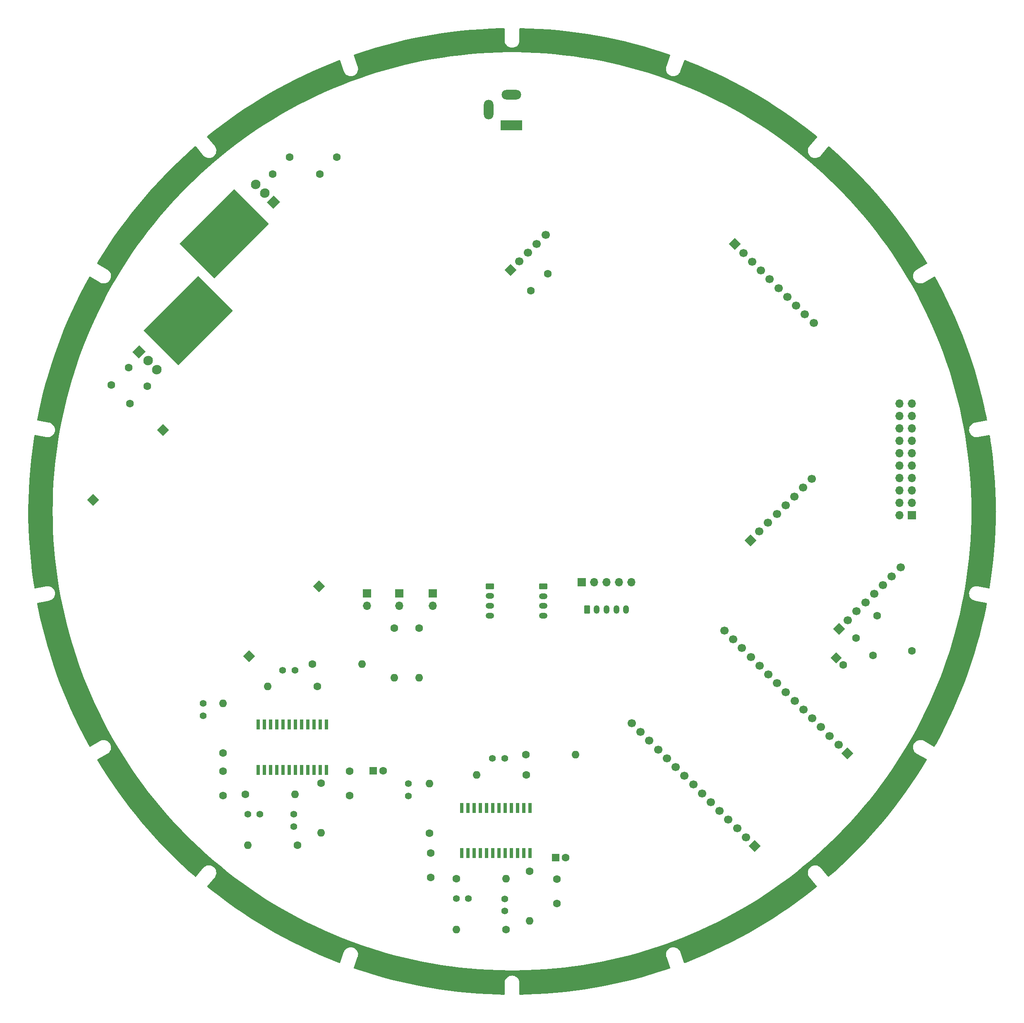
<source format=gbr>
%TF.GenerationSoftware,KiCad,Pcbnew,7.0.6*%
%TF.CreationDate,2023-09-01T12:50:58+02:00*%
%TF.ProjectId,gs,67732e6b-6963-4616-945f-706362585858,rev?*%
%TF.SameCoordinates,Original*%
%TF.FileFunction,Soldermask,Top*%
%TF.FilePolarity,Negative*%
%FSLAX46Y46*%
G04 Gerber Fmt 4.6, Leading zero omitted, Abs format (unit mm)*
G04 Created by KiCad (PCBNEW 7.0.6) date 2023-09-01 12:50:58*
%MOMM*%
%LPD*%
G01*
G04 APERTURE LIST*
G04 Aperture macros list*
%AMRoundRect*
0 Rectangle with rounded corners*
0 $1 Rounding radius*
0 $2 $3 $4 $5 $6 $7 $8 $9 X,Y pos of 4 corners*
0 Add a 4 corners polygon primitive as box body*
4,1,4,$2,$3,$4,$5,$6,$7,$8,$9,$2,$3,0*
0 Add four circle primitives for the rounded corners*
1,1,$1+$1,$2,$3*
1,1,$1+$1,$4,$5*
1,1,$1+$1,$6,$7*
1,1,$1+$1,$8,$9*
0 Add four rect primitives between the rounded corners*
20,1,$1+$1,$2,$3,$4,$5,0*
20,1,$1+$1,$4,$5,$6,$7,0*
20,1,$1+$1,$6,$7,$8,$9,0*
20,1,$1+$1,$8,$9,$2,$3,0*%
%AMHorizOval*
0 Thick line with rounded ends*
0 $1 width*
0 $2 $3 position (X,Y) of the first rounded end (center of the circle)*
0 $4 $5 position (X,Y) of the second rounded end (center of the circle)*
0 Add line between two ends*
20,1,$1,$2,$3,$4,$5,0*
0 Add two circle primitives to create the rounded ends*
1,1,$1,$2,$3*
1,1,$1,$4,$5*%
%AMRotRect*
0 Rectangle, with rotation*
0 The origin of the aperture is its center*
0 $1 length*
0 $2 width*
0 $3 Rotation angle, in degrees counterclockwise*
0 Add horizontal line*
21,1,$1,$2,0,0,$3*%
G04 Aperture macros list end*
%ADD10C,0.100000*%
%ADD11RotRect,1.700000X1.700000X225.000000*%
%ADD12HorizOval,1.700000X0.000000X0.000000X0.000000X0.000000X0*%
%ADD13O,1.600000X1.600000*%
%ADD14C,1.600000*%
%ADD15R,1.700000X1.700000*%
%ADD16O,1.700000X1.700000*%
%ADD17R,4.500000X2.000000*%
%ADD18O,4.000000X2.000000*%
%ADD19O,2.000000X4.000000*%
%ADD20RotRect,1.700000X1.700000X135.000000*%
%ADD21HorizOval,1.700000X0.000000X0.000000X0.000000X0.000000X0*%
%ADD22R,1.600000X1.600000*%
%ADD23C,1.400000*%
%ADD24RotRect,1.600000X1.600000X315.000000*%
%ADD25HorizOval,1.600000X0.000000X0.000000X0.000000X0.000000X0*%
%ADD26RoundRect,0.042000X-0.258000X0.993000X-0.258000X-0.993000X0.258000X-0.993000X0.258000X0.993000X0*%
%ADD27RoundRect,0.250000X-0.350000X-0.625000X0.350000X-0.625000X0.350000X0.625000X-0.350000X0.625000X0*%
%ADD28O,1.200000X1.750000*%
%ADD29HorizOval,3.500000X0.000000X0.000000X0.000000X0.000000X0*%
%ADD30RotRect,1.905000X2.000000X135.000000*%
%ADD31HorizOval,1.905000X0.033588X0.033588X-0.033588X-0.033588X0*%
%ADD32O,1.750000X1.200000*%
%ADD33RoundRect,0.250000X-0.625000X0.350000X-0.625000X-0.350000X0.625000X-0.350000X0.625000X0.350000X0*%
%ADD34RotRect,1.700000X1.700000X315.000000*%
%ADD35HorizOval,1.905000X-0.033588X-0.033588X0.033588X0.033588X0*%
%ADD36RotRect,1.905000X2.000000X315.000000*%
%ADD37HorizOval,3.500000X0.000000X0.000000X0.000000X0.000000X0*%
%ADD38RotRect,1.700000X1.700000X45.000000*%
%ADD39HorizOval,1.700000X0.000000X0.000000X0.000000X0.000000X0*%
G04 APERTURE END LIST*
D10*
X312614000Y-144466000D02*
X312614000Y-144466000D01*
X307614000Y-144466000D02*
X307614000Y-144466000D01*
D11*
%TO.C,U1*%
X282220820Y-194027897D03*
D12*
X280424769Y-192231846D03*
X278628718Y-190435795D03*
X276832666Y-188639743D03*
X275036615Y-186843692D03*
X273240564Y-185047641D03*
X271444513Y-183251590D03*
X269648461Y-181455538D03*
X267852410Y-179659487D03*
X266056359Y-177863436D03*
X264260308Y-176067385D03*
X262464257Y-174271334D03*
X260668205Y-172475282D03*
X258872154Y-170679231D03*
X257076103Y-168883180D03*
D11*
X263270358Y-212978359D03*
D12*
X261474307Y-211182308D03*
X259678256Y-209386256D03*
X257882205Y-207590205D03*
X256086153Y-205794154D03*
X254290102Y-203998103D03*
X252494051Y-202202051D03*
X250698000Y-200406000D03*
X248901948Y-198609949D03*
X247105897Y-196813898D03*
X245309846Y-195017846D03*
X243513795Y-193221795D03*
X241717744Y-191425744D03*
X239921692Y-189629693D03*
X238125641Y-187833642D03*
%TD*%
D13*
%TO.C,R8*%
X182880000Y-175768000D03*
D14*
X172720000Y-175768000D03*
%TD*%
D15*
%TO.C,J5*%
X227838000Y-159004000D03*
D16*
X230378000Y-159004000D03*
X232918000Y-159004000D03*
X235458000Y-159004000D03*
X237998000Y-159004000D03*
%TD*%
D14*
%TO.C,R14*%
X216408000Y-194310000D03*
D13*
X226568000Y-194310000D03*
%TD*%
D15*
%TO.C,JP2*%
X197358000Y-161290000D03*
D16*
X197358000Y-163830000D03*
%TD*%
D17*
%TO.C,J1*%
X213522000Y-65382000D03*
D18*
X213522000Y-59182000D03*
D19*
X208822000Y-62182000D03*
%TD*%
D20*
%TO.C,U9*%
X213287795Y-95068205D03*
D21*
X215083846Y-93272153D03*
X216879898Y-91476102D03*
X218675949Y-89680051D03*
X220472000Y-87884000D03*
%TD*%
D14*
%TO.C,R5*%
X174498000Y-200152000D03*
D13*
X174498000Y-210312000D03*
%TD*%
D22*
%TO.C,C16*%
X222564888Y-215392000D03*
D14*
X224564888Y-215392000D03*
%TD*%
D23*
%TO.C,C17*%
X202184000Y-223774000D03*
X204684000Y-223774000D03*
%TD*%
D15*
%TO.C,J4*%
X295402000Y-145288000D03*
D16*
X292862000Y-145288000D03*
X295402000Y-142748000D03*
X292862000Y-142748000D03*
X295402000Y-140208000D03*
X292862000Y-140208000D03*
X295402000Y-137668000D03*
X292862000Y-137668000D03*
X295402000Y-135128000D03*
X292862000Y-135128000D03*
X295402000Y-132588000D03*
X292862000Y-132588000D03*
X295402000Y-130048000D03*
X292862000Y-130048000D03*
X295402000Y-127508000D03*
X292862000Y-127508000D03*
X295402000Y-124968000D03*
X292862000Y-124968000D03*
X295402000Y-122428000D03*
X292862000Y-122428000D03*
%TD*%
D14*
%TO.C,R2*%
X194564000Y-168402000D03*
D13*
X194564000Y-178562000D03*
%TD*%
D23*
%TO.C,C13*%
X169164000Y-177038000D03*
X166664000Y-177038000D03*
%TD*%
D14*
%TO.C,C14*%
X196977000Y-214439000D03*
X196977000Y-219439000D03*
%TD*%
%TO.C,C2*%
X164592000Y-75438000D03*
X168127534Y-71902466D03*
%TD*%
%TO.C,R3*%
X159004000Y-202438000D03*
D13*
X169164000Y-202438000D03*
%TD*%
D14*
%TO.C,R4*%
X154432000Y-193965000D03*
D13*
X154432000Y-183805000D03*
%TD*%
D23*
%TO.C,C10*%
X159512000Y-206502000D03*
X162012000Y-206502000D03*
%TD*%
D15*
%TO.C,JP3*%
X183896000Y-161285000D03*
D16*
X183896000Y-163825000D03*
%TD*%
D14*
%TO.C,C5*%
X283972000Y-170434000D03*
X287507534Y-173969534D03*
%TD*%
%TO.C,C7*%
X154432000Y-197652000D03*
X154432000Y-202652000D03*
%TD*%
%TO.C,R10*%
X196723000Y-210375000D03*
D13*
X196723000Y-200215000D03*
%TD*%
D15*
%TO.C,JP1*%
X190500000Y-161285000D03*
D16*
X190500000Y-163825000D03*
%TD*%
D24*
%TO.C,C6*%
X279962893Y-174454523D03*
D14*
X281377107Y-175868737D03*
%TD*%
%TO.C,R6*%
X169672000Y-212852000D03*
D13*
X159512000Y-212852000D03*
%TD*%
D14*
%TO.C,R11*%
X217170000Y-218186000D03*
D13*
X217170000Y-228346000D03*
%TD*%
D14*
%TO.C,R15*%
X295474205Y-173046205D03*
D25*
X288290000Y-165862000D03*
%TD*%
D23*
%TO.C,C12*%
X168910000Y-209002000D03*
X168910000Y-206502000D03*
%TD*%
D26*
%TO.C,U8*%
X217297000Y-205169000D03*
X216027000Y-205169000D03*
X214757000Y-205169000D03*
X213487000Y-205169000D03*
X212217000Y-205169000D03*
X210947000Y-205169000D03*
X209677000Y-205169000D03*
X208407000Y-205169000D03*
X207137000Y-205169000D03*
X205867000Y-205169000D03*
X204597000Y-205169000D03*
X203327000Y-205169000D03*
X203327000Y-214439000D03*
X204597000Y-214439000D03*
X205867000Y-214439000D03*
X207137000Y-214439000D03*
X208407000Y-214439000D03*
X209677000Y-214439000D03*
X210947000Y-214439000D03*
X212217000Y-214439000D03*
X213487000Y-214439000D03*
X214757000Y-214439000D03*
X216027000Y-214439000D03*
X217297000Y-214439000D03*
%TD*%
D23*
%TO.C,C18*%
X192405000Y-202735000D03*
X192405000Y-200235000D03*
%TD*%
D27*
%TO.C,J6*%
X228950000Y-164592000D03*
D28*
X230950000Y-164592000D03*
X232950000Y-164592000D03*
X234950000Y-164592000D03*
X236950000Y-164592000D03*
%TD*%
D13*
%TO.C,R13*%
X206375000Y-198437000D03*
D14*
X216535000Y-198437000D03*
%TD*%
%TO.C,R9*%
X202184000Y-219710000D03*
D13*
X212344000Y-219710000D03*
%TD*%
D14*
%TO.C,C4*%
X138938000Y-118872000D03*
X135402466Y-122407534D03*
%TD*%
D23*
%TO.C,C19*%
X212090000Y-226294000D03*
X212090000Y-223794000D03*
%TD*%
D26*
%TO.C,U6*%
X175641000Y-188123000D03*
X174371000Y-188123000D03*
X173101000Y-188123000D03*
X171831000Y-188123000D03*
X170561000Y-188123000D03*
X169291000Y-188123000D03*
X168021000Y-188123000D03*
X166751000Y-188123000D03*
X165481000Y-188123000D03*
X164211000Y-188123000D03*
X162941000Y-188123000D03*
X161671000Y-188123000D03*
X161671000Y-197393000D03*
X162941000Y-197393000D03*
X164211000Y-197393000D03*
X165481000Y-197393000D03*
X166751000Y-197393000D03*
X168021000Y-197393000D03*
X169291000Y-197393000D03*
X170561000Y-197393000D03*
X171831000Y-197393000D03*
X173101000Y-197393000D03*
X174371000Y-197393000D03*
X175641000Y-197393000D03*
%TD*%
D14*
%TO.C,C3*%
X135128000Y-115062000D03*
X131592466Y-118597534D03*
%TD*%
D29*
%TO.C,U4*%
X151210197Y-91105804D03*
D30*
X164786647Y-81121456D03*
D31*
X162990596Y-79325405D03*
X161194545Y-77529354D03*
%TD*%
D14*
%TO.C,C8*%
X180340000Y-197692000D03*
X180340000Y-202692000D03*
%TD*%
D23*
%TO.C,C20*%
X209590000Y-195072000D03*
X212090000Y-195072000D03*
%TD*%
D32*
%TO.C,J2*%
X209042000Y-165798000D03*
X209042000Y-163798000D03*
X209042000Y-161798000D03*
D33*
X209042000Y-159798000D03*
%TD*%
D34*
%TO.C,U7*%
X142168731Y-127827557D03*
X127872163Y-142124125D03*
X174138443Y-159797269D03*
X159841875Y-174093837D03*
%TD*%
D13*
%TO.C,R7*%
X163576000Y-180340000D03*
D14*
X173736000Y-180340000D03*
%TD*%
D35*
%TO.C,U5*%
X140901885Y-115420217D03*
X139105834Y-113624166D03*
D36*
X137309783Y-111828115D03*
D37*
X150886233Y-101843767D03*
%TD*%
D38*
%TO.C,U2*%
X259171539Y-89753539D03*
D39*
X260967590Y-91549590D03*
X262763641Y-93345642D03*
X264559693Y-95141693D03*
X266355744Y-96937744D03*
X268151795Y-98733795D03*
X269947846Y-100529846D03*
X271743897Y-102325898D03*
X273539949Y-104121949D03*
X275336000Y-105918000D03*
%TD*%
D33*
%TO.C,J3*%
X219964000Y-159830000D03*
D32*
X219964000Y-161830000D03*
X219964000Y-163830000D03*
X219964000Y-165830000D03*
%TD*%
D14*
%TO.C,R12*%
X212344000Y-230124000D03*
D13*
X202184000Y-230124000D03*
%TD*%
D14*
%TO.C,C15*%
X222758000Y-219750000D03*
X222758000Y-224750000D03*
%TD*%
D23*
%TO.C,C11*%
X150368000Y-186305000D03*
X150368000Y-183805000D03*
%TD*%
D14*
%TO.C,R1*%
X189484000Y-168402000D03*
D13*
X189484000Y-178562000D03*
%TD*%
D20*
%TO.C,U3*%
X280543641Y-168528358D03*
D21*
X282339693Y-166732307D03*
X284135744Y-164936256D03*
X285931795Y-163140205D03*
X287727846Y-161344154D03*
X289523898Y-159548102D03*
X291319949Y-157752051D03*
X293116000Y-155956000D03*
D20*
X262415191Y-150396373D03*
D21*
X264211243Y-148600322D03*
X266007294Y-146804270D03*
X267803345Y-145008219D03*
X269599396Y-143212168D03*
X271395447Y-141416117D03*
X273191499Y-139620065D03*
X274987550Y-137824014D03*
%TD*%
D14*
%TO.C,C21*%
X217424000Y-99314000D03*
X220959534Y-95778466D03*
%TD*%
%TO.C,C1*%
X174244000Y-75438000D03*
X177779534Y-71902466D03*
%TD*%
D22*
%TO.C,C9*%
X185226888Y-197612000D03*
D14*
X187226888Y-197612000D03*
%TD*%
G36*
X212064675Y-45562116D02*
G01*
X212111189Y-45614252D01*
X212123152Y-45667391D01*
X212123152Y-48025309D01*
X212125573Y-48149391D01*
X212125574Y-48149406D01*
X212166424Y-48394205D01*
X212247007Y-48628933D01*
X212247013Y-48628947D01*
X212365131Y-48847211D01*
X212365138Y-48847222D01*
X212517566Y-49043061D01*
X212517569Y-49043064D01*
X212700168Y-49211158D01*
X212907942Y-49346904D01*
X213135225Y-49446600D01*
X213375817Y-49507526D01*
X213623146Y-49528021D01*
X213623158Y-49528021D01*
X213870482Y-49507526D01*
X213870494Y-49507524D01*
X214111080Y-49446599D01*
X214338360Y-49346905D01*
X214546136Y-49211158D01*
X214728734Y-49043065D01*
X214881170Y-48847215D01*
X214881172Y-48847211D01*
X214999290Y-48628947D01*
X214999295Y-48628936D01*
X215079879Y-48394205D01*
X215120729Y-48149403D01*
X215120730Y-48149391D01*
X215123152Y-48025309D01*
X215123152Y-45668140D01*
X215142837Y-45601101D01*
X215195641Y-45555346D01*
X215250017Y-45544173D01*
X217144194Y-45587943D01*
X219123109Y-45678203D01*
X221099820Y-45808039D01*
X223073539Y-45977400D01*
X225043473Y-46186220D01*
X227008834Y-46434414D01*
X228968837Y-46721884D01*
X230922695Y-47048512D01*
X232869626Y-47414170D01*
X234808851Y-47818710D01*
X236739593Y-48261971D01*
X238661081Y-48743775D01*
X240572543Y-49263930D01*
X242473214Y-49822225D01*
X244362334Y-50418440D01*
X245948078Y-50957241D01*
X246005220Y-50997447D01*
X246031555Y-51062164D01*
X246024707Y-51117059D01*
X245218557Y-53331941D01*
X245178392Y-53449365D01*
X245178387Y-53449383D01*
X245133048Y-53693387D01*
X245128490Y-53941528D01*
X245128490Y-53941536D01*
X245164834Y-54187040D01*
X245164835Y-54187043D01*
X245241095Y-54423220D01*
X245241098Y-54423228D01*
X245355184Y-54643618D01*
X245355186Y-54643622D01*
X245504006Y-54842250D01*
X245683479Y-55013664D01*
X245683488Y-55013671D01*
X245888719Y-55153201D01*
X245888727Y-55153205D01*
X246114139Y-55257058D01*
X246353568Y-55322393D01*
X246353574Y-55322394D01*
X246600484Y-55347428D01*
X246848162Y-55331481D01*
X247089832Y-55274985D01*
X247318911Y-55179480D01*
X247529140Y-55047576D01*
X247529141Y-55047575D01*
X247714793Y-54882868D01*
X247870806Y-54689845D01*
X247992913Y-54473789D01*
X247992916Y-54473782D01*
X248037635Y-54358000D01*
X248844102Y-52142250D01*
X248885528Y-52085987D01*
X248950797Y-52061051D01*
X249004999Y-52068873D01*
X249952848Y-52432132D01*
X251788250Y-53177482D01*
X253608371Y-53959408D01*
X255412481Y-54777596D01*
X257199860Y-55631717D01*
X258969790Y-56521432D01*
X260721566Y-57446383D01*
X262454482Y-58406199D01*
X264167847Y-59400495D01*
X265860975Y-60428876D01*
X267533186Y-61490929D01*
X269183812Y-62586228D01*
X270812193Y-63714335D01*
X272417676Y-64874797D01*
X273999617Y-66067151D01*
X275557384Y-67290919D01*
X276002554Y-67655680D01*
X276041934Y-67713396D01*
X276043858Y-67783239D01*
X276018954Y-67831301D01*
X274503089Y-69637839D01*
X274425294Y-69734538D01*
X274425291Y-69734541D01*
X274299243Y-69948305D01*
X274210099Y-70179898D01*
X274210095Y-70179910D01*
X274160287Y-70423006D01*
X274160286Y-70423016D01*
X274151171Y-70671005D01*
X274182997Y-70917117D01*
X274182999Y-70917127D01*
X274254898Y-71154638D01*
X274254900Y-71154643D01*
X274364916Y-71377085D01*
X274364919Y-71377091D01*
X274510039Y-71578381D01*
X274510048Y-71578391D01*
X274686322Y-71753053D01*
X274686322Y-71753054D01*
X274888944Y-71896323D01*
X274888956Y-71896330D01*
X275112395Y-72004294D01*
X275112398Y-72004295D01*
X275350559Y-72074009D01*
X275350566Y-72074010D01*
X275596961Y-72103573D01*
X275844852Y-72092181D01*
X276087502Y-72040138D01*
X276087506Y-72040137D01*
X276318270Y-71948869D01*
X276318275Y-71948867D01*
X276530867Y-71820864D01*
X276530869Y-71820862D01*
X276719498Y-71659609D01*
X276719502Y-71659605D01*
X276801223Y-71566201D01*
X278318327Y-69758185D01*
X278376499Y-69719483D01*
X278446360Y-69718375D01*
X278492923Y-69742818D01*
X278597910Y-69830726D01*
X280079452Y-71145747D01*
X281534386Y-72490148D01*
X282962128Y-73863393D01*
X284362107Y-75264929D01*
X285733763Y-76694197D01*
X287076547Y-78150624D01*
X288389920Y-79633626D01*
X289673358Y-81142612D01*
X290926345Y-82676975D01*
X292148381Y-84236101D01*
X293338975Y-85819367D01*
X294497652Y-87426138D01*
X295623947Y-89055772D01*
X296717411Y-90707615D01*
X297777604Y-92381006D01*
X298530136Y-93626136D01*
X298547965Y-93693693D01*
X298526440Y-93760164D01*
X298486012Y-93797662D01*
X296444604Y-94976270D01*
X296338351Y-95040410D01*
X296146764Y-95198195D01*
X296146763Y-95198196D01*
X295983771Y-95385348D01*
X295983767Y-95385354D01*
X295853808Y-95596776D01*
X295853803Y-95596786D01*
X295760409Y-95826725D01*
X295706137Y-96068903D01*
X295706136Y-96068908D01*
X295692464Y-96316722D01*
X295719765Y-96563390D01*
X295719766Y-96563398D01*
X295787294Y-96802206D01*
X295787300Y-96802222D01*
X295893217Y-97026663D01*
X295893222Y-97026671D01*
X296034629Y-97230608D01*
X296034638Y-97230619D01*
X296207697Y-97408514D01*
X296407672Y-97555495D01*
X296629123Y-97667562D01*
X296865985Y-97741646D01*
X296865986Y-97741647D01*
X297111823Y-97775736D01*
X297359908Y-97768899D01*
X297359914Y-97768898D01*
X297603498Y-97721318D01*
X297835908Y-97634302D01*
X297835923Y-97634295D01*
X297944603Y-97574347D01*
X299986457Y-96395481D01*
X300054357Y-96379008D01*
X300120384Y-96401861D01*
X300156983Y-96442884D01*
X300754383Y-97523728D01*
X301677385Y-99276529D01*
X302565131Y-101047449D01*
X303417266Y-102835776D01*
X304233447Y-104640795D01*
X305013349Y-106461784D01*
X305756659Y-108298013D01*
X306463079Y-110148747D01*
X307132327Y-112013246D01*
X307764134Y-113890761D01*
X308358248Y-115780543D01*
X308914431Y-117681834D01*
X309432460Y-119593873D01*
X309912128Y-121515895D01*
X310344657Y-123409544D01*
X310373601Y-123545270D01*
X310730932Y-125267762D01*
X310794412Y-125597670D01*
X310820021Y-125736897D01*
X310812789Y-125806392D01*
X310769133Y-125860944D01*
X310719599Y-125881445D01*
X308396628Y-126291048D01*
X308274877Y-126315117D01*
X308040910Y-126397848D01*
X308040903Y-126397851D01*
X307823754Y-126517957D01*
X307823747Y-126517961D01*
X307629326Y-126672175D01*
X307462930Y-126856297D01*
X307329116Y-127065282D01*
X307231523Y-127293445D01*
X307231520Y-127293454D01*
X307172813Y-127534570D01*
X307172811Y-127534577D01*
X307154592Y-127782057D01*
X307154593Y-127782068D01*
X307177356Y-128029175D01*
X307240486Y-128269180D01*
X307342256Y-128495517D01*
X307342259Y-128495522D01*
X307479884Y-128702004D01*
X307479884Y-128702005D01*
X307649634Y-128883037D01*
X307846859Y-129033655D01*
X307846863Y-129033657D01*
X308066191Y-129149761D01*
X308301631Y-129228177D01*
X308301644Y-129228180D01*
X308546775Y-129266773D01*
X308794924Y-129264495D01*
X308917572Y-129245471D01*
X311240794Y-128835825D01*
X311310233Y-128843569D01*
X311364462Y-128887626D01*
X311384612Y-128937396D01*
X311401505Y-129037949D01*
X311551307Y-130028620D01*
X311675461Y-130881721D01*
X311848595Y-132205332D01*
X311918510Y-132763959D01*
X312097954Y-134387843D01*
X312125510Y-134650588D01*
X312297048Y-136550441D01*
X312435673Y-138526556D01*
X312534730Y-140505049D01*
X312594181Y-142485128D01*
X312614000Y-144466000D01*
X312594181Y-146446872D01*
X312534730Y-148426951D01*
X312435673Y-150405444D01*
X312297048Y-152381559D01*
X312118911Y-154354505D01*
X311901333Y-156323491D01*
X311644402Y-158287730D01*
X311369089Y-160108423D01*
X311339603Y-160171765D01*
X311280551Y-160209111D01*
X311224951Y-160211999D01*
X308917572Y-159805146D01*
X308794945Y-159785984D01*
X308546765Y-159783703D01*
X308301604Y-159822303D01*
X308301593Y-159822305D01*
X308066136Y-159900727D01*
X307846787Y-160016842D01*
X307846782Y-160016845D01*
X307649540Y-160167475D01*
X307479779Y-160348519D01*
X307479778Y-160348521D01*
X307342133Y-160555032D01*
X307240353Y-160781392D01*
X307177218Y-161021417D01*
X307154453Y-161268548D01*
X307154452Y-161268558D01*
X307172673Y-161516061D01*
X307172675Y-161516068D01*
X307231387Y-161757206D01*
X307231390Y-161757215D01*
X307328993Y-161985401D01*
X307328994Y-161985403D01*
X307462819Y-162194405D01*
X307462824Y-162194412D01*
X307629225Y-162378538D01*
X307629235Y-162378547D01*
X307823674Y-162532775D01*
X307823681Y-162532780D01*
X308040846Y-162652894D01*
X308040853Y-162652897D01*
X308274845Y-162735636D01*
X308274847Y-162735637D01*
X308396628Y-162759570D01*
X310698662Y-163165480D01*
X310761265Y-163196507D01*
X310797156Y-163256454D01*
X310798896Y-163311026D01*
X310638596Y-164144106D01*
X310225436Y-166081513D01*
X309773594Y-168010266D01*
X309283251Y-169929591D01*
X308754602Y-171838721D01*
X308187860Y-173736892D01*
X307583251Y-175623342D01*
X306941017Y-177497317D01*
X306261416Y-179358067D01*
X305544720Y-181204846D01*
X304791215Y-183036915D01*
X304001203Y-184853541D01*
X303175002Y-186653996D01*
X302312940Y-188437559D01*
X301415365Y-190203516D01*
X300482634Y-191951160D01*
X300125044Y-192590056D01*
X300075124Y-192638942D01*
X300006700Y-192653079D01*
X299954839Y-192636881D01*
X297944603Y-191476271D01*
X297835923Y-191416320D01*
X297835921Y-191416319D01*
X297603498Y-191329299D01*
X297359915Y-191281719D01*
X297359907Y-191281718D01*
X297111823Y-191274880D01*
X297111821Y-191274880D01*
X296865986Y-191308969D01*
X296865984Y-191308970D01*
X296629122Y-191383054D01*
X296407672Y-191495120D01*
X296207692Y-191642106D01*
X296034637Y-191819997D01*
X296034628Y-191820008D01*
X295893220Y-192023946D01*
X295893220Y-192023947D01*
X295787299Y-192248395D01*
X295787293Y-192248411D01*
X295719765Y-192487220D01*
X295692463Y-192733894D01*
X295706135Y-192981708D01*
X295706136Y-192981713D01*
X295760408Y-193223891D01*
X295853802Y-193453830D01*
X295853807Y-193453840D01*
X295983770Y-193665266D01*
X296146763Y-193852420D01*
X296146771Y-193852428D01*
X296338339Y-194010198D01*
X296444603Y-194074347D01*
X298457313Y-195236385D01*
X298505529Y-195286952D01*
X298518752Y-195355559D01*
X298501008Y-195408615D01*
X297477316Y-197077256D01*
X296407838Y-198744729D01*
X295305210Y-200390468D01*
X294169874Y-202013816D01*
X293002284Y-203614123D01*
X291802907Y-205190746D01*
X290572224Y-206743056D01*
X289310728Y-208270431D01*
X288018923Y-209772259D01*
X286697327Y-211247939D01*
X285346469Y-212696880D01*
X283966889Y-214118501D01*
X282559141Y-215512235D01*
X281123788Y-216877522D01*
X279661405Y-218213816D01*
X278462046Y-219266509D01*
X278398676Y-219295938D01*
X278329456Y-219286435D01*
X278285258Y-219253021D01*
X276801224Y-217484417D01*
X276719503Y-217391012D01*
X276719499Y-217391008D01*
X276530882Y-217229764D01*
X276530875Y-217229759D01*
X276318269Y-217101746D01*
X276087509Y-217010480D01*
X276087503Y-217010478D01*
X275844853Y-216958436D01*
X275596962Y-216947042D01*
X275350567Y-216976606D01*
X275350564Y-216976607D01*
X275112395Y-217046324D01*
X275112389Y-217046326D01*
X274888956Y-217154287D01*
X274888944Y-217154294D01*
X274686323Y-217297562D01*
X274686323Y-217297563D01*
X274510049Y-217472225D01*
X274510040Y-217472235D01*
X274364920Y-217673525D01*
X274364917Y-217673530D01*
X274254899Y-217895979D01*
X274183000Y-218133490D01*
X274182998Y-218133500D01*
X274151171Y-218379610D01*
X274160288Y-218627596D01*
X274160288Y-218627599D01*
X274210100Y-218870719D01*
X274299244Y-219102312D01*
X274425293Y-219316077D01*
X274503090Y-219412781D01*
X275985311Y-221179221D01*
X276013324Y-221243229D01*
X276002285Y-221312222D01*
X275968326Y-221355319D01*
X275117980Y-222043448D01*
X273553434Y-223258539D01*
X271964890Y-224442082D01*
X270352982Y-225593603D01*
X268718357Y-226712641D01*
X267061668Y-227798748D01*
X265383579Y-228851489D01*
X263684761Y-229870443D01*
X261965896Y-230855202D01*
X260227671Y-231805371D01*
X258470783Y-232720570D01*
X256695934Y-233600432D01*
X254903835Y-234444606D01*
X253095204Y-235252753D01*
X251270765Y-236024550D01*
X249431249Y-236759687D01*
X248984631Y-236927888D01*
X248914956Y-236933094D01*
X248853526Y-236899805D01*
X248824406Y-236854255D01*
X248037635Y-234692617D01*
X247992792Y-234576900D01*
X247992786Y-234576888D01*
X247870689Y-234360851D01*
X247870685Y-234360845D01*
X247714693Y-234167850D01*
X247529058Y-234003156D01*
X247529050Y-234003150D01*
X247318851Y-233871265D01*
X247318848Y-233871263D01*
X247089783Y-233775765D01*
X246848148Y-233719276D01*
X246600487Y-233703330D01*
X246353601Y-233728363D01*
X246353594Y-233728364D01*
X246114189Y-233793692D01*
X245888798Y-233897535D01*
X245888790Y-233897539D01*
X245683579Y-234037056D01*
X245683570Y-234037063D01*
X245504108Y-234208467D01*
X245355310Y-234407065D01*
X245241225Y-234627456D01*
X245164974Y-234863607D01*
X245128632Y-235109090D01*
X245128632Y-235109097D01*
X245133190Y-235357215D01*
X245178526Y-235601200D01*
X245178527Y-235601203D01*
X245218557Y-235718676D01*
X246005731Y-237881423D01*
X246010162Y-237951152D01*
X245976192Y-238012207D01*
X245930582Y-238040727D01*
X245709936Y-238118821D01*
X243829629Y-238742274D01*
X241937224Y-239327979D01*
X240033479Y-239875702D01*
X238119155Y-240385223D01*
X236195020Y-240856339D01*
X234261843Y-241288862D01*
X232320400Y-241682617D01*
X230371466Y-242037447D01*
X228415823Y-242353211D01*
X226454253Y-242629781D01*
X224487542Y-242867047D01*
X222516477Y-243064914D01*
X220541848Y-243223303D01*
X218564445Y-243342150D01*
X216585060Y-243421408D01*
X215248791Y-243439083D01*
X215181497Y-243420287D01*
X215135048Y-243368093D01*
X215123151Y-243315094D01*
X215123151Y-241025309D01*
X215120730Y-240901227D01*
X215120729Y-240901212D01*
X215079879Y-240656412D01*
X214999296Y-240421684D01*
X214999290Y-240421670D01*
X214881172Y-240203405D01*
X214881169Y-240203400D01*
X214728733Y-240007552D01*
X214546135Y-239839459D01*
X214338361Y-239703713D01*
X214111078Y-239604017D01*
X213870485Y-239543091D01*
X213623158Y-239522597D01*
X213623146Y-239522597D01*
X213375816Y-239543091D01*
X213135224Y-239604017D01*
X212907941Y-239703713D01*
X212700167Y-239839459D01*
X212517569Y-240007552D01*
X212365133Y-240203402D01*
X212365131Y-240203406D01*
X212247013Y-240421670D01*
X212247007Y-240421684D01*
X212166423Y-240656413D01*
X212125573Y-240901220D01*
X212123152Y-241025309D01*
X212123151Y-243313935D01*
X212103466Y-243380975D01*
X212050662Y-243426729D01*
X211997639Y-243437926D01*
X210642940Y-243421408D01*
X208663555Y-243342150D01*
X206686152Y-243223303D01*
X204711523Y-243064914D01*
X202740458Y-242867047D01*
X200773747Y-242629781D01*
X198812177Y-242353211D01*
X196856534Y-242037447D01*
X194907600Y-241682617D01*
X192966157Y-241288862D01*
X191032980Y-240856339D01*
X189108845Y-240385223D01*
X187194521Y-239875702D01*
X185290776Y-239327979D01*
X183398371Y-238742274D01*
X181518064Y-238118821D01*
X181313632Y-238046466D01*
X181257002Y-238005542D01*
X181231487Y-237940498D01*
X181238483Y-237887161D01*
X182027747Y-235718677D01*
X182067911Y-235601248D01*
X182067915Y-235601232D01*
X182113255Y-235357230D01*
X182117813Y-235109088D01*
X182117813Y-235109081D01*
X182081468Y-234863575D01*
X182005209Y-234627399D01*
X182005207Y-234627393D01*
X181891115Y-234406992D01*
X181742297Y-234208368D01*
X181562828Y-234036957D01*
X181562816Y-234036947D01*
X181357583Y-233897416D01*
X181357575Y-233897412D01*
X181132164Y-233793559D01*
X180892735Y-233728224D01*
X180892729Y-233728223D01*
X180645818Y-233703188D01*
X180398141Y-233719136D01*
X180156471Y-233775632D01*
X179927392Y-233871136D01*
X179717169Y-234003037D01*
X179717161Y-234003043D01*
X179531509Y-234167749D01*
X179375497Y-234360772D01*
X179253385Y-234576836D01*
X179208668Y-234692617D01*
X178419689Y-236860318D01*
X178378263Y-236916581D01*
X178312994Y-236941517D01*
X178259464Y-236933950D01*
X177796751Y-236759687D01*
X175957235Y-236024550D01*
X174132796Y-235252753D01*
X172324165Y-234444606D01*
X170532066Y-233600432D01*
X168757217Y-232720570D01*
X167000329Y-231805371D01*
X165262104Y-230855202D01*
X163543239Y-229870443D01*
X161844421Y-228851489D01*
X160166332Y-227798748D01*
X158509643Y-226712641D01*
X156875018Y-225593603D01*
X155263110Y-224442082D01*
X153674566Y-223258539D01*
X152110020Y-222043448D01*
X151270574Y-221364142D01*
X151230844Y-221306668D01*
X151228493Y-221236838D01*
X151253589Y-221188044D01*
X152743215Y-219412779D01*
X152821009Y-219316079D01*
X152821012Y-219316076D01*
X152947060Y-219102312D01*
X153036204Y-218870721D01*
X153086016Y-218627598D01*
X153086016Y-218627597D01*
X153095132Y-218379611D01*
X153063305Y-218133500D01*
X153063302Y-218133490D01*
X152991405Y-217895980D01*
X152991403Y-217895975D01*
X152881387Y-217673531D01*
X152881384Y-217673526D01*
X152736264Y-217472236D01*
X152736261Y-217472232D01*
X152559981Y-217297563D01*
X152357351Y-217154290D01*
X152357348Y-217154288D01*
X152133914Y-217046326D01*
X152133909Y-217046324D01*
X151895740Y-216976607D01*
X151895737Y-216976606D01*
X151649341Y-216947042D01*
X151401451Y-216958436D01*
X151158801Y-217010478D01*
X151158795Y-217010480D01*
X150928031Y-217101748D01*
X150928025Y-217101750D01*
X150715436Y-217229753D01*
X150715434Y-217229755D01*
X150526800Y-217391013D01*
X150445081Y-217484416D01*
X148953280Y-219262273D01*
X148895109Y-219300975D01*
X148825248Y-219302083D01*
X148776493Y-219275761D01*
X147566595Y-218213816D01*
X146104212Y-216877522D01*
X144668859Y-215512235D01*
X143261111Y-214118501D01*
X141881531Y-212696880D01*
X140530673Y-211247939D01*
X139209077Y-209772259D01*
X137917272Y-208270431D01*
X136655776Y-206743056D01*
X135425093Y-205190746D01*
X134225716Y-203614123D01*
X133058126Y-202013816D01*
X131922790Y-200390468D01*
X130820162Y-198744729D01*
X129750684Y-197077256D01*
X128731778Y-195416419D01*
X128713500Y-195348982D01*
X128734583Y-195282369D01*
X128775473Y-195244189D01*
X130801700Y-194074347D01*
X130907881Y-194010085D01*
X130907882Y-194010084D01*
X131099433Y-193852328D01*
X131099441Y-193852320D01*
X131262416Y-193665186D01*
X131392372Y-193453773D01*
X131485760Y-193223845D01*
X131540028Y-192981692D01*
X131540028Y-192981690D01*
X131553699Y-192733899D01*
X131526400Y-192487253D01*
X131526399Y-192487245D01*
X131458877Y-192248461D01*
X131458871Y-192248445D01*
X131352960Y-192024018D01*
X131352960Y-192024017D01*
X131211565Y-191820098D01*
X131211556Y-191820087D01*
X131038519Y-191642215D01*
X130838553Y-191495240D01*
X130617127Y-191383186D01*
X130380287Y-191309108D01*
X130380286Y-191309107D01*
X130134473Y-191275021D01*
X129886411Y-191281858D01*
X129886403Y-191281859D01*
X129642844Y-191329435D01*
X129410450Y-191416445D01*
X129410434Y-191416452D01*
X129301701Y-191476271D01*
X127277629Y-192644867D01*
X127209729Y-192661340D01*
X127143702Y-192638487D01*
X127107424Y-192598042D01*
X126745366Y-191951160D01*
X125812635Y-190203516D01*
X124915060Y-188437559D01*
X124052998Y-186653996D01*
X123226797Y-184853541D01*
X122436785Y-183036915D01*
X121683280Y-181204846D01*
X120966584Y-179358067D01*
X120286983Y-177497317D01*
X119644749Y-175623342D01*
X119040140Y-173736892D01*
X118473398Y-171838721D01*
X117944749Y-169929591D01*
X117454406Y-168010266D01*
X117002564Y-166081513D01*
X116622811Y-164300761D01*
X116577763Y-164083609D01*
X116429703Y-163314147D01*
X116436365Y-163244596D01*
X116479572Y-163189688D01*
X116529937Y-163168601D01*
X118849676Y-162759570D01*
X118971436Y-162735497D01*
X119205381Y-162652773D01*
X119205399Y-162652765D01*
X119422544Y-162532661D01*
X119422555Y-162532653D01*
X119616977Y-162378441D01*
X119783373Y-162194320D01*
X119917185Y-161985338D01*
X119917186Y-161985336D01*
X120014780Y-161757171D01*
X120014783Y-161757162D01*
X120073489Y-161516048D01*
X120073491Y-161516040D01*
X120091710Y-161268560D01*
X120091709Y-161268549D01*
X120068946Y-161021439D01*
X120005817Y-160781434D01*
X120005815Y-160781430D01*
X119904052Y-160555110D01*
X119904044Y-160555095D01*
X119766419Y-160348612D01*
X119766408Y-160348599D01*
X119596672Y-160167582D01*
X119596672Y-160167581D01*
X119399444Y-160016961D01*
X119399440Y-160016959D01*
X119180112Y-159900855D01*
X118944674Y-159822440D01*
X118944675Y-159822440D01*
X118699526Y-159783843D01*
X118451373Y-159786122D01*
X118328731Y-159805146D01*
X116005509Y-160214793D01*
X115936070Y-160207049D01*
X115881841Y-160162992D01*
X115861691Y-160113222D01*
X115841126Y-159990817D01*
X115704392Y-159086568D01*
X115543291Y-157979585D01*
X115459477Y-157338830D01*
X115283407Y-155932011D01*
X115245272Y-155586907D01*
X115066202Y-153879516D01*
X115061846Y-153831276D01*
X114897631Y-151892231D01*
X114769993Y-149915375D01*
X114681934Y-147936363D01*
X114633490Y-145955984D01*
X114626864Y-144466000D01*
X119614000Y-144466000D01*
X119633815Y-146395993D01*
X119693253Y-148325173D01*
X119792287Y-150252725D01*
X119930877Y-152177838D01*
X120108964Y-154099699D01*
X120326472Y-156017499D01*
X120583311Y-157930429D01*
X120879371Y-159837682D01*
X121214529Y-161738455D01*
X121588642Y-163631945D01*
X122001553Y-165517355D01*
X122453088Y-167393890D01*
X122943057Y-169260758D01*
X123471252Y-171117173D01*
X124037452Y-172962351D01*
X124641417Y-174795516D01*
X125282894Y-176615893D01*
X125961610Y-178422717D01*
X126677282Y-180215224D01*
X127429605Y-181992659D01*
X128218264Y-183754272D01*
X129042927Y-185499322D01*
X129903244Y-187227072D01*
X130798854Y-188936794D01*
X131729379Y-190627767D01*
X132694426Y-192299279D01*
X133693589Y-193950623D01*
X134726447Y-195581105D01*
X135792564Y-197190037D01*
X136891490Y-198776740D01*
X138022763Y-200340546D01*
X139185905Y-201880795D01*
X140380426Y-203396838D01*
X141605822Y-204888035D01*
X142861577Y-206353759D01*
X144147162Y-207793391D01*
X145462033Y-209206323D01*
X146805638Y-210591961D01*
X148177409Y-211949721D01*
X149576768Y-213279029D01*
X151003126Y-214579325D01*
X152455880Y-215850062D01*
X153934418Y-217090703D01*
X155438118Y-218300726D01*
X156966344Y-219479619D01*
X158518453Y-220626887D01*
X160093791Y-221742046D01*
X161691693Y-222824624D01*
X163311485Y-223874167D01*
X164952484Y-224890231D01*
X166614000Y-225872388D01*
X168295331Y-226820224D01*
X169995768Y-227733340D01*
X171714595Y-228611349D01*
X173451086Y-229453883D01*
X175204510Y-230260587D01*
X176974128Y-231031119D01*
X178759193Y-231765155D01*
X180558953Y-232462386D01*
X182372649Y-233122517D01*
X184199516Y-233745271D01*
X186038785Y-234330384D01*
X187889679Y-234877610D01*
X189751419Y-235386719D01*
X191623219Y-235857496D01*
X193504290Y-236289742D01*
X195393840Y-236683275D01*
X197291071Y-237037929D01*
X199195184Y-237353554D01*
X201105377Y-237630018D01*
X203020842Y-237867205D01*
X204940774Y-238065013D01*
X206864363Y-238223359D01*
X208790797Y-238342178D01*
X210719264Y-238421418D01*
X213733644Y-238458750D01*
X216508736Y-238421418D01*
X218437203Y-238342178D01*
X220363637Y-238223359D01*
X222287226Y-238065013D01*
X224207158Y-237867205D01*
X226122623Y-237630018D01*
X228032816Y-237353554D01*
X229936929Y-237037929D01*
X231834160Y-236683275D01*
X233723710Y-236289742D01*
X235604781Y-235857496D01*
X237476581Y-235386719D01*
X239338321Y-234877610D01*
X241189215Y-234330384D01*
X243028484Y-233745271D01*
X244855351Y-233122517D01*
X246669047Y-232462386D01*
X248468807Y-231765155D01*
X250253872Y-231031119D01*
X252023490Y-230260587D01*
X253776914Y-229453883D01*
X255513405Y-228611349D01*
X257232232Y-227733340D01*
X258932669Y-226820224D01*
X260614000Y-225872388D01*
X262275516Y-224890231D01*
X263916515Y-223874167D01*
X265536307Y-222824624D01*
X267134209Y-221742046D01*
X268709547Y-220626887D01*
X270261656Y-219479619D01*
X271789882Y-218300726D01*
X273293582Y-217090703D01*
X274772120Y-215850062D01*
X276224874Y-214579325D01*
X277651232Y-213279029D01*
X279050591Y-211949721D01*
X280422362Y-210591961D01*
X281765967Y-209206323D01*
X283080838Y-207793391D01*
X284366423Y-206353759D01*
X285622178Y-204888035D01*
X286847574Y-203396838D01*
X288042095Y-201880795D01*
X289205237Y-200340546D01*
X290336510Y-198776740D01*
X291435436Y-197190037D01*
X292501553Y-195581105D01*
X293534411Y-193950623D01*
X294533574Y-192299279D01*
X295498621Y-190627767D01*
X296429146Y-188936794D01*
X297324756Y-187227072D01*
X298185073Y-185499322D01*
X299009736Y-183754272D01*
X299798395Y-181992659D01*
X300550718Y-180215224D01*
X301266390Y-178422717D01*
X301945106Y-176615893D01*
X302586583Y-174795516D01*
X303190548Y-172962351D01*
X303756748Y-171117173D01*
X304284943Y-169260758D01*
X304774912Y-167393890D01*
X305226447Y-165517355D01*
X305639358Y-163631945D01*
X306013471Y-161738455D01*
X306348629Y-159837682D01*
X306644689Y-157930429D01*
X306901528Y-156017499D01*
X307119036Y-154099699D01*
X307297123Y-152177838D01*
X307435713Y-150252725D01*
X307534747Y-148325173D01*
X307594185Y-146395993D01*
X307614000Y-144466000D01*
X307594185Y-142536007D01*
X307534747Y-140606827D01*
X307435713Y-138679275D01*
X307297123Y-136754162D01*
X307119036Y-134832301D01*
X306901528Y-132914501D01*
X306644689Y-131001571D01*
X306348629Y-129094318D01*
X306013471Y-127193545D01*
X305639358Y-125300055D01*
X305226447Y-123414645D01*
X304774912Y-121538110D01*
X304284943Y-119671242D01*
X303756748Y-117814827D01*
X303190548Y-115969649D01*
X302586583Y-114136484D01*
X301945106Y-112316107D01*
X301266390Y-110509283D01*
X300550718Y-108716776D01*
X299798395Y-106939341D01*
X299009736Y-105177728D01*
X298185073Y-103432678D01*
X297324756Y-101704928D01*
X296429146Y-99995206D01*
X295498621Y-98304233D01*
X294533574Y-96632721D01*
X293534411Y-94981377D01*
X292501553Y-93350895D01*
X291435436Y-91741963D01*
X290336510Y-90155260D01*
X289205237Y-88591454D01*
X288042095Y-87051205D01*
X286847574Y-85535162D01*
X285622178Y-84043965D01*
X284366423Y-82578241D01*
X283080838Y-81138609D01*
X281765967Y-79725677D01*
X280422362Y-78340039D01*
X279050591Y-76982279D01*
X277651232Y-75652971D01*
X276224874Y-74352675D01*
X274772120Y-73081938D01*
X273293582Y-71841297D01*
X271789882Y-70631274D01*
X270261656Y-69452381D01*
X268709547Y-68305113D01*
X267134209Y-67189954D01*
X265536307Y-66107376D01*
X263916515Y-65057833D01*
X262275516Y-64041769D01*
X260614000Y-63059612D01*
X258932669Y-62111776D01*
X257232232Y-61198660D01*
X255513405Y-60320651D01*
X253776914Y-59478117D01*
X252023490Y-58671413D01*
X250253872Y-57900881D01*
X248468807Y-57166845D01*
X246669047Y-56469614D01*
X244855351Y-55809483D01*
X243028484Y-55186729D01*
X241189215Y-54601616D01*
X239338321Y-54054390D01*
X237476581Y-53545281D01*
X235604781Y-53074504D01*
X233723710Y-52642258D01*
X231834160Y-52248725D01*
X229936929Y-51894071D01*
X228032816Y-51578446D01*
X226122623Y-51301982D01*
X224207158Y-51064795D01*
X222287226Y-50866987D01*
X220363637Y-50708641D01*
X218437203Y-50589822D01*
X216508736Y-50510582D01*
X214579047Y-50470954D01*
X212648953Y-50470954D01*
X210719264Y-50510582D01*
X208790797Y-50589822D01*
X206864363Y-50708641D01*
X204940774Y-50866987D01*
X203020842Y-51064795D01*
X201105377Y-51301982D01*
X199195184Y-51578446D01*
X197291071Y-51894071D01*
X195393840Y-52248725D01*
X193504290Y-52642258D01*
X191623219Y-53074504D01*
X189751419Y-53545281D01*
X187889679Y-54054390D01*
X186038785Y-54601616D01*
X184199516Y-55186729D01*
X182372649Y-55809483D01*
X180558953Y-56469614D01*
X178759193Y-57166845D01*
X176974128Y-57900881D01*
X175204510Y-58671413D01*
X173451086Y-59478117D01*
X171714595Y-60320651D01*
X169995768Y-61198660D01*
X168295331Y-62111776D01*
X166614000Y-63059612D01*
X164952484Y-64041769D01*
X163311485Y-65057833D01*
X161691693Y-66107376D01*
X160093791Y-67189954D01*
X158518453Y-68305113D01*
X156966344Y-69452381D01*
X155438118Y-70631274D01*
X153934418Y-71841297D01*
X152455880Y-73081938D01*
X151003126Y-74352675D01*
X149576768Y-75652971D01*
X148177409Y-76982279D01*
X146805638Y-78340039D01*
X145462033Y-79725677D01*
X144147162Y-81138609D01*
X142861577Y-82578241D01*
X141605822Y-84043965D01*
X140380426Y-85535162D01*
X139185905Y-87051205D01*
X138022763Y-88591454D01*
X136891490Y-90155260D01*
X135792564Y-91741963D01*
X134726447Y-93350895D01*
X133693589Y-94981377D01*
X132694426Y-96632721D01*
X131729379Y-98304233D01*
X130798854Y-99995206D01*
X129903244Y-101704928D01*
X129042927Y-103432678D01*
X128218264Y-105177728D01*
X127429605Y-106939341D01*
X126677282Y-108716776D01*
X125961610Y-110509283D01*
X125282894Y-112316107D01*
X124641417Y-114136484D01*
X124037452Y-115969649D01*
X123471252Y-117814827D01*
X122943057Y-119671242D01*
X122453088Y-121538110D01*
X122001553Y-123414645D01*
X121588642Y-125300055D01*
X121214529Y-127193545D01*
X120879371Y-129094318D01*
X120583311Y-131001571D01*
X120326472Y-132914501D01*
X120108964Y-134832301D01*
X119930877Y-136754162D01*
X119792287Y-138679275D01*
X119693253Y-140606827D01*
X119633815Y-142536007D01*
X119614000Y-144466000D01*
X114626864Y-144466000D01*
X114624681Y-143975033D01*
X114655510Y-141994302D01*
X114725966Y-140014584D01*
X114836019Y-138036671D01*
X114985626Y-136061358D01*
X115174726Y-134089433D01*
X115403244Y-132121686D01*
X115671089Y-130158906D01*
X115863102Y-128938946D01*
X115892970Y-128875782D01*
X115952246Y-128838793D01*
X116007126Y-128836109D01*
X118328732Y-129245471D01*
X118451378Y-129264494D01*
X118451368Y-129264494D01*
X118699526Y-129266772D01*
X118944665Y-129228176D01*
X118944680Y-129228173D01*
X119180112Y-129149760D01*
X119399439Y-129033657D01*
X119596670Y-128883033D01*
X119766419Y-128702004D01*
X119904043Y-128495521D01*
X119904049Y-128495510D01*
X120005817Y-128269181D01*
X120068946Y-128029177D01*
X120091709Y-127782067D01*
X120091710Y-127782056D01*
X120073490Y-127534578D01*
X120073487Y-127534558D01*
X120014784Y-127293458D01*
X120014776Y-127293436D01*
X119917190Y-127065289D01*
X119917188Y-127065285D01*
X119783372Y-126856297D01*
X119616976Y-126672176D01*
X119422554Y-126517963D01*
X119422543Y-126517955D01*
X119205399Y-126397852D01*
X119205381Y-126397844D01*
X118971436Y-126315120D01*
X118849676Y-126291048D01*
X116527962Y-125881666D01*
X116465359Y-125850639D01*
X116429468Y-125790692D01*
X116427839Y-125735549D01*
X116709432Y-124308210D01*
X117133355Y-122373130D01*
X117595911Y-120446918D01*
X118096914Y-118530348D01*
X118636167Y-116624186D01*
X119213451Y-114729195D01*
X119828536Y-112846135D01*
X120481176Y-110975758D01*
X121171109Y-109118814D01*
X121898059Y-107276048D01*
X122661736Y-105448195D01*
X123461833Y-103635989D01*
X124298029Y-101840154D01*
X125169991Y-100061410D01*
X126077369Y-98300469D01*
X127019799Y-96558037D01*
X127088624Y-96439473D01*
X127139305Y-96391377D01*
X127207943Y-96378316D01*
X127257865Y-96394339D01*
X129301701Y-97574347D01*
X129410380Y-97634297D01*
X129410382Y-97634298D01*
X129642805Y-97721318D01*
X129886389Y-97768898D01*
X129886395Y-97768899D01*
X130134477Y-97775736D01*
X130134482Y-97775736D01*
X130380315Y-97741648D01*
X130380318Y-97741647D01*
X130617181Y-97667562D01*
X130838631Y-97555496D01*
X131038606Y-97408515D01*
X131211665Y-97230620D01*
X131211670Y-97230614D01*
X131353086Y-97026666D01*
X131353087Y-97026664D01*
X131459004Y-96802222D01*
X131459010Y-96802206D01*
X131526538Y-96563397D01*
X131553840Y-96316722D01*
X131540168Y-96068909D01*
X131540167Y-96068904D01*
X131485895Y-95826726D01*
X131392501Y-95596786D01*
X131392496Y-95596777D01*
X131262533Y-95385351D01*
X131099540Y-95198197D01*
X131099532Y-95198189D01*
X130907964Y-95040419D01*
X130801701Y-94976271D01*
X128759137Y-93796997D01*
X128710921Y-93746430D01*
X128697698Y-93677823D01*
X128714513Y-93626307D01*
X129008294Y-93131478D01*
X130053563Y-91448724D01*
X131132292Y-89787222D01*
X132244052Y-88147637D01*
X133388393Y-86530624D01*
X134564860Y-84936832D01*
X135772982Y-83366899D01*
X137012274Y-81821454D01*
X138282241Y-80301115D01*
X139582373Y-78806491D01*
X140912152Y-77338179D01*
X142271042Y-75896769D01*
X143658502Y-74482837D01*
X145073975Y-73096950D01*
X146516894Y-71739663D01*
X147986683Y-70411518D01*
X148753352Y-69746192D01*
X148816886Y-69717119D01*
X148886052Y-69727011D01*
X148929615Y-69760138D01*
X150445081Y-71566201D01*
X150526705Y-71659708D01*
X150715345Y-71820973D01*
X150715353Y-71820979D01*
X150927965Y-71948994D01*
X150927970Y-71948996D01*
X151158753Y-72040272D01*
X151158762Y-72040275D01*
X151401432Y-72092321D01*
X151401431Y-72092321D01*
X151649348Y-72103717D01*
X151895767Y-72074149D01*
X151895773Y-72074148D01*
X152133958Y-72004427D01*
X152133961Y-72004426D01*
X152357421Y-71896452D01*
X152357432Y-71896445D01*
X152560069Y-71753165D01*
X152736370Y-71578477D01*
X152736373Y-71578473D01*
X152881507Y-71377163D01*
X152881517Y-71377146D01*
X152991536Y-71154693D01*
X152991536Y-71154692D01*
X153063444Y-70917154D01*
X153095275Y-70671013D01*
X153086158Y-70423002D01*
X153086158Y-70423001D01*
X153036341Y-70179857D01*
X152947188Y-69948242D01*
X152821127Y-69734457D01*
X152743215Y-69637838D01*
X151227942Y-67832006D01*
X151199930Y-67767997D01*
X151210969Y-67699005D01*
X151245308Y-67655602D01*
X152551325Y-66607198D01*
X154122599Y-65400823D01*
X155717698Y-64226128D01*
X157335981Y-63083585D01*
X158976802Y-61973650D01*
X160639502Y-60896768D01*
X162323417Y-59853370D01*
X164027871Y-58843874D01*
X165752184Y-57868685D01*
X167495663Y-56928192D01*
X169257612Y-56022773D01*
X171037323Y-55152789D01*
X172834087Y-54318590D01*
X174647182Y-53520510D01*
X176475882Y-52758864D01*
X178240986Y-52070180D01*
X178310595Y-52064151D01*
X178372413Y-52096712D01*
X178402579Y-52143288D01*
X179208669Y-54358001D01*
X179253511Y-54473717D01*
X179253517Y-54473729D01*
X179375614Y-54689765D01*
X179531612Y-54882771D01*
X179717244Y-55047460D01*
X179927458Y-55179355D01*
X179927459Y-55179356D01*
X180156518Y-55274851D01*
X180156517Y-55274851D01*
X180398155Y-55331340D01*
X180645816Y-55347287D01*
X180892702Y-55322254D01*
X180892709Y-55322253D01*
X181132114Y-55256925D01*
X181357505Y-55153081D01*
X181357513Y-55153077D01*
X181562725Y-55013560D01*
X181562730Y-55013555D01*
X181742193Y-54842152D01*
X181890995Y-54643548D01*
X182005076Y-54423162D01*
X182081329Y-54187008D01*
X182117671Y-53941526D01*
X182117671Y-53941520D01*
X182113113Y-53693402D01*
X182067777Y-53449417D01*
X182067776Y-53449414D01*
X182027747Y-53331941D01*
X181221190Y-51115946D01*
X181216759Y-51046217D01*
X181250729Y-50985161D01*
X181297036Y-50956396D01*
X182048266Y-50695534D01*
X183932010Y-50082543D01*
X185827641Y-49507366D01*
X187734402Y-48970233D01*
X189651528Y-48471359D01*
X191578252Y-48010945D01*
X193513803Y-47589175D01*
X195457404Y-47206217D01*
X197408281Y-46862225D01*
X199365649Y-46557338D01*
X201328725Y-46291674D01*
X203296725Y-46065343D01*
X205268859Y-45878435D01*
X207244338Y-45731024D01*
X209222371Y-45623170D01*
X211202166Y-45554915D01*
X211997357Y-45543404D01*
X212064675Y-45562116D01*
G37*
G36*
X156761334Y-78545180D02*
G01*
X156805681Y-78573681D01*
X163742319Y-85510319D01*
X163775804Y-85571642D01*
X163770820Y-85641334D01*
X163742319Y-85685681D01*
X152741681Y-96686319D01*
X152680358Y-96719804D01*
X152610666Y-96714820D01*
X152566319Y-96686319D01*
X145629681Y-89749681D01*
X145596196Y-89688358D01*
X145601180Y-89618666D01*
X145629681Y-89574319D01*
X156630319Y-78573681D01*
X156691642Y-78540196D01*
X156761334Y-78545180D01*
G37*
G36*
X149395334Y-96325180D02*
G01*
X149439681Y-96353681D01*
X156376319Y-103290319D01*
X156409804Y-103351642D01*
X156404820Y-103421334D01*
X156376319Y-103465681D01*
X145375681Y-114466319D01*
X145314358Y-114499804D01*
X145244666Y-114494820D01*
X145200319Y-114466319D01*
X138263681Y-107529681D01*
X138230196Y-107468358D01*
X138235180Y-107398666D01*
X138263681Y-107354319D01*
X149264319Y-96353681D01*
X149325642Y-96320196D01*
X149395334Y-96325180D01*
G37*
M02*

</source>
